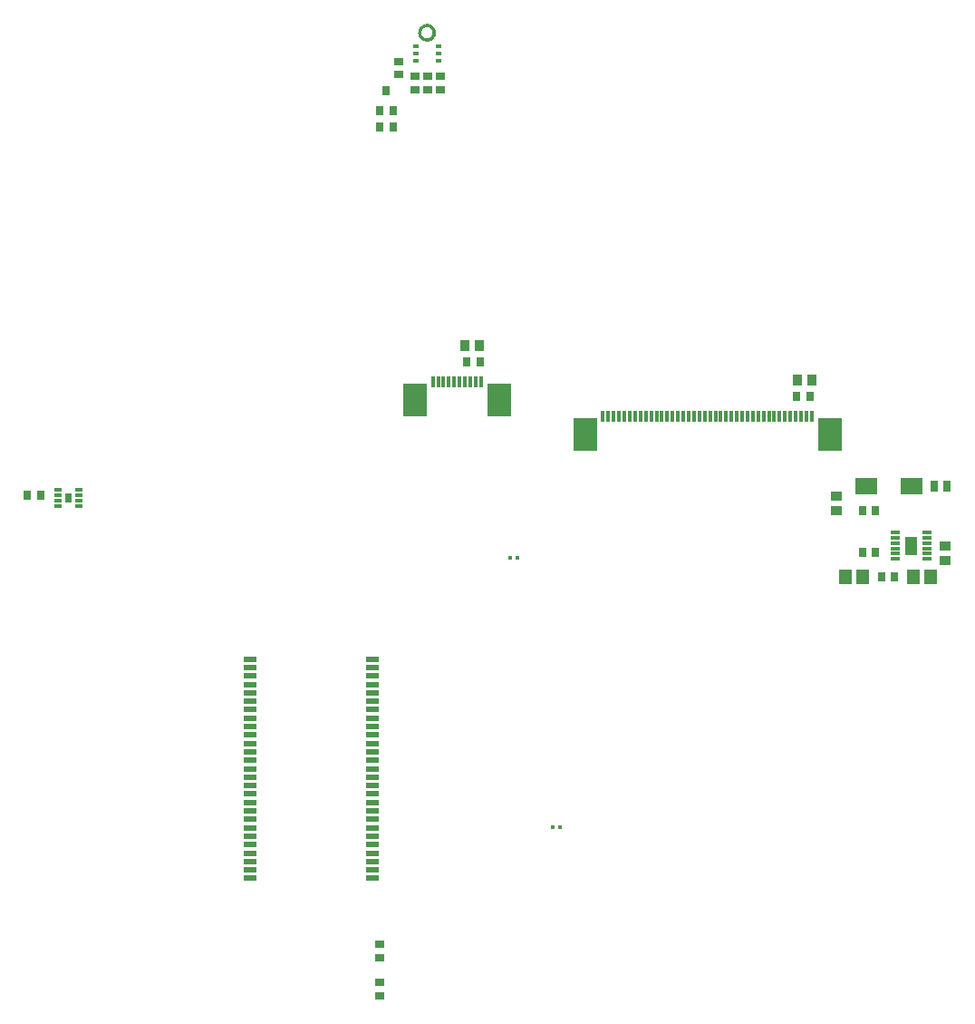
<source format=gbp>
G04*
G04 #@! TF.GenerationSoftware,Altium Limited,Altium Designer,20.2.5 (213)*
G04*
G04 Layer_Color=128*
%FSLAX25Y25*%
%MOIN*%
G70*
G04*
G04 #@! TF.SameCoordinates,C6003301-27DC-4F28-88C2-C37BE932BEA5*
G04*
G04*
G04 #@! TF.FilePolarity,Positive*
G04*
G01*
G75*
%ADD20R,0.03543X0.03937*%
%ADD39R,0.03937X0.03543*%
%ADD82R,0.03150X0.03543*%
%ADD93R,0.02953X0.03347*%
%ADD98R,0.03347X0.02953*%
%ADD100R,0.03543X0.03150*%
%ADD101R,0.01732X0.01378*%
%ADD105R,0.02756X0.03543*%
%ADD129R,0.05118X0.05512*%
%ADD146R,0.09055X0.12205*%
%ADD147R,0.01181X0.04331*%
%ADD148R,0.02362X0.01575*%
%ADD150R,0.04678X0.01997*%
%ADD151R,0.08346X0.05906*%
%ADD152R,0.03150X0.03937*%
G04:AMPARAMS|DCode=154|XSize=34.65mil|YSize=10.63mil|CornerRadius=1.33mil|HoleSize=0mil|Usage=FLASHONLY|Rotation=0.000|XOffset=0mil|YOffset=0mil|HoleType=Round|Shape=RoundedRectangle|*
%AMROUNDEDRECTD154*
21,1,0.03465,0.00797,0,0,0.0*
21,1,0.03199,0.01063,0,0,0.0*
1,1,0.00266,0.01599,-0.00399*
1,1,0.00266,-0.01599,-0.00399*
1,1,0.00266,-0.01599,0.00399*
1,1,0.00266,0.01599,0.00399*
%
%ADD154ROUNDEDRECTD154*%
G04:AMPARAMS|DCode=155|XSize=29.92mil|YSize=10.63mil|CornerRadius=1.33mil|HoleSize=0mil|Usage=FLASHONLY|Rotation=0.000|XOffset=0mil|YOffset=0mil|HoleType=Round|Shape=RoundedRectangle|*
%AMROUNDEDRECTD155*
21,1,0.02992,0.00797,0,0,0.0*
21,1,0.02726,0.01063,0,0,0.0*
1,1,0.00266,0.01363,-0.00399*
1,1,0.00266,-0.01363,-0.00399*
1,1,0.00266,-0.01363,0.00399*
1,1,0.00266,0.01363,0.00399*
%
%ADD155ROUNDEDRECTD155*%
G36*
X778224Y744531D02*
X776020D01*
Y741303D01*
X778224D01*
Y744531D01*
D02*
G37*
G36*
X1089126Y728847D02*
X1084874D01*
Y722154D01*
X1089126D01*
Y728847D01*
D02*
G37*
G36*
X909179Y910756D02*
X909348Y910770D01*
X909516Y910792D01*
X909683Y910823D01*
X909848Y910862D01*
X910011Y910910D01*
X910170Y910967D01*
X910327Y911032D01*
X910480Y911105D01*
X910629Y911186D01*
X910773Y911274D01*
X910913Y911370D01*
X911048Y911474D01*
X911177Y911584D01*
X911300Y911700D01*
X911416Y911823D01*
X911526Y911952D01*
X911630Y912087D01*
X911726Y912226D01*
X911814Y912371D01*
X911895Y912520D01*
X911968Y912673D01*
X912033Y912830D01*
X912090Y912990D01*
X912138Y913152D01*
X912177Y913317D01*
X912208Y913484D01*
X912230Y913652D01*
X912244Y913821D01*
X912249Y914020D01*
X911068D01*
X911064Y913883D01*
X911056Y913775D01*
X911042Y913668D01*
X911022Y913562D01*
X910997Y913458D01*
X910966Y913354D01*
X910930Y913253D01*
X910889Y913153D01*
X910843Y913056D01*
X910791Y912962D01*
X910735Y912870D01*
X910674Y912781D01*
X910608Y912696D01*
X910539Y912614D01*
X910464Y912536D01*
X910386Y912461D01*
X910304Y912391D01*
X910219Y912326D01*
X910130Y912265D01*
X910038Y912209D01*
X909944Y912157D01*
X909846Y912111D01*
X909747Y912070D01*
X909645Y912034D01*
X909542Y912003D01*
X909437Y911978D01*
X909332Y911958D01*
X909225Y911944D01*
X909118Y911936D01*
X909000Y911933D01*
X908892Y911936D01*
X908784Y911944D01*
X908677Y911959D01*
X908570Y911978D01*
X908465Y912004D01*
X908361Y912034D01*
X908259Y912070D01*
X908159Y912112D01*
X908062Y912158D01*
X907967Y912210D01*
X907874Y912267D01*
X907785Y912328D01*
X907699Y912394D01*
X907617Y912464D01*
X907539Y912539D01*
X907464Y912617D01*
X907394Y912699D01*
X907328Y912785D01*
X907267Y912874D01*
X907210Y912967D01*
X907158Y913062D01*
X907112Y913159D01*
X907070Y913259D01*
X907034Y913361D01*
X907003Y913465D01*
X906978Y913570D01*
X906958Y913677D01*
X906944Y913784D01*
X906936Y913892D01*
X906933Y914000D01*
X906936Y914108D01*
X906944Y914216D01*
X906958Y914323D01*
X906978Y914430D01*
X907003Y914535D01*
X907034Y914639D01*
X907070Y914741D01*
X907112Y914841D01*
X907158Y914938D01*
X907210Y915034D01*
X907267Y915126D01*
X907328Y915215D01*
X907394Y915301D01*
X907464Y915383D01*
X907539Y915462D01*
X907617Y915536D01*
X907699Y915606D01*
X907785Y915672D01*
X907874Y915734D01*
X907967Y915790D01*
X908062Y915842D01*
X908159Y915888D01*
X908259Y915930D01*
X908361Y915966D01*
X908465Y915996D01*
X908570Y916022D01*
X908677Y916041D01*
X908784Y916056D01*
X908892Y916064D01*
X909000Y916067D01*
X909118Y916064D01*
X909225Y916056D01*
X909332Y916042D01*
X909437Y916022D01*
X909542Y915997D01*
X909645Y915966D01*
X909747Y915930D01*
X909846Y915889D01*
X909944Y915843D01*
X910038Y915791D01*
X910130Y915735D01*
X910219Y915674D01*
X910304Y915609D01*
X910386Y915539D01*
X910464Y915464D01*
X910539Y915386D01*
X910608Y915304D01*
X910674Y915219D01*
X910735Y915130D01*
X910791Y915038D01*
X910843Y914944D01*
X910889Y914847D01*
X910930Y914747D01*
X910966Y914645D01*
X910997Y914542D01*
X911022Y914437D01*
X911042Y914332D01*
X911056Y914225D01*
X911064Y914118D01*
X911067Y914020D01*
X912248D01*
X912244Y914179D01*
X912230Y914348D01*
X912208Y914516D01*
X912177Y914683D01*
X912138Y914848D01*
X912090Y915011D01*
X912033Y915170D01*
X911968Y915327D01*
X911895Y915480D01*
X911814Y915629D01*
X911726Y915773D01*
X911630Y915913D01*
X911526Y916048D01*
X911416Y916177D01*
X911300Y916300D01*
X911177Y916416D01*
X911048Y916526D01*
X910913Y916630D01*
X910773Y916726D01*
X910629Y916814D01*
X910480Y916895D01*
X910327Y916968D01*
X910170Y917033D01*
X910011Y917090D01*
X909848Y917138D01*
X909683Y917177D01*
X909516Y917208D01*
X909348Y917230D01*
X909179Y917244D01*
X909000Y917248D01*
X908830Y917244D01*
X908661Y917230D01*
X908492Y917208D01*
X908325Y917177D01*
X908159Y917137D01*
X907996Y917089D01*
X907836Y917032D01*
X907679Y916967D01*
X907525Y916894D01*
X907376Y916813D01*
X907231Y916724D01*
X907091Y916628D01*
X906956Y916524D01*
X906827Y916414D01*
X906703Y916297D01*
X906586Y916173D01*
X906476Y916044D01*
X906372Y915909D01*
X906276Y915769D01*
X906187Y915624D01*
X906106Y915475D01*
X906033Y915321D01*
X905968Y915164D01*
X905911Y915004D01*
X905863Y914841D01*
X905823Y914675D01*
X905792Y914508D01*
X905770Y914340D01*
X905756Y914170D01*
X905752Y914000D01*
X905756Y913830D01*
X905770Y913661D01*
X905792Y913492D01*
X905823Y913325D01*
X905863Y913159D01*
X905911Y912996D01*
X905968Y912836D01*
X906033Y912679D01*
X906106Y912525D01*
X906187Y912376D01*
X906276Y912231D01*
X906372Y912091D01*
X906476Y911956D01*
X906586Y911827D01*
X906703Y911703D01*
X906827Y911586D01*
X906956Y911476D01*
X907091Y911372D01*
X907231Y911276D01*
X907376Y911187D01*
X907525Y911106D01*
X907679Y911033D01*
X907836Y910968D01*
X907996Y910911D01*
X908159Y910863D01*
X908325Y910823D01*
X908492Y910792D01*
X908661Y910770D01*
X908830Y910756D01*
X909000Y910752D01*
X909179Y910756D01*
D02*
G37*
D20*
X928158Y799000D02*
D03*
X922843D02*
D03*
X1045343Y786500D02*
D03*
X1050657D02*
D03*
D39*
X1059500Y738343D02*
D03*
Y743657D02*
D03*
X1099673Y719890D02*
D03*
Y725205D02*
D03*
D82*
X923539Y793000D02*
D03*
X928461D02*
D03*
X762039Y743902D02*
D03*
X766961D02*
D03*
X1049988Y780333D02*
D03*
X1045067D02*
D03*
X891539Y879500D02*
D03*
X896461D02*
D03*
D93*
X1069138Y738500D02*
D03*
X1073862D02*
D03*
X1073862Y723000D02*
D03*
X1069138D02*
D03*
X1080862Y714024D02*
D03*
X1076138D02*
D03*
D98*
X909278Y893138D02*
D03*
Y897862D02*
D03*
X914000D02*
D03*
Y893138D02*
D03*
X891500Y578862D02*
D03*
Y574138D02*
D03*
Y560138D02*
D03*
Y564862D02*
D03*
X904500Y893138D02*
D03*
Y897862D02*
D03*
D100*
X898500Y903461D02*
D03*
Y898539D02*
D03*
D101*
X955221Y622000D02*
D03*
X957780D02*
D03*
X942280Y721000D02*
D03*
X939721D02*
D03*
D105*
X894000Y892740D02*
D03*
X891441Y885260D02*
D03*
X896559D02*
D03*
D129*
X1087850Y714000D02*
D03*
X1094150D02*
D03*
X1062850Y714024D02*
D03*
X1069150D02*
D03*
D146*
X967181Y766307D02*
D03*
X1057102D02*
D03*
X935433Y779059D02*
D03*
X904567D02*
D03*
D147*
X973756Y773000D02*
D03*
X975724D02*
D03*
X977693D02*
D03*
X979661D02*
D03*
X981630D02*
D03*
X983598D02*
D03*
X985567D02*
D03*
X987535D02*
D03*
X989504D02*
D03*
X991472D02*
D03*
X993441D02*
D03*
X995409D02*
D03*
X997378D02*
D03*
X999347D02*
D03*
X1001315D02*
D03*
X1003284D02*
D03*
X1005252D02*
D03*
X1007220D02*
D03*
X1009189D02*
D03*
X1011158D02*
D03*
X1013126D02*
D03*
X1015094D02*
D03*
X1017063D02*
D03*
X1019032D02*
D03*
X1021000D02*
D03*
X1022968D02*
D03*
X1024937D02*
D03*
X1026906D02*
D03*
X1028874D02*
D03*
X1030842D02*
D03*
X1032811D02*
D03*
X1034779D02*
D03*
X1036748D02*
D03*
X1038717D02*
D03*
X1040685D02*
D03*
X1042653D02*
D03*
X1044622D02*
D03*
X1046591D02*
D03*
X1048559D02*
D03*
X1050528D02*
D03*
X928858Y785752D02*
D03*
X926890D02*
D03*
X924921D02*
D03*
X922953D02*
D03*
X920984D02*
D03*
X919016D02*
D03*
X917047D02*
D03*
X915079D02*
D03*
X913110D02*
D03*
X911142D02*
D03*
D148*
X913232Y903843D02*
D03*
X904768D02*
D03*
X913232Y906402D02*
D03*
X904768D02*
D03*
X913232Y908961D02*
D03*
X904768D02*
D03*
D150*
X843911Y683800D02*
D03*
Y680700D02*
D03*
Y677600D02*
D03*
Y674500D02*
D03*
Y671400D02*
D03*
Y668300D02*
D03*
Y665200D02*
D03*
Y662100D02*
D03*
Y659000D02*
D03*
Y655900D02*
D03*
Y652800D02*
D03*
Y649700D02*
D03*
Y646600D02*
D03*
Y643500D02*
D03*
Y640400D02*
D03*
Y637300D02*
D03*
Y634200D02*
D03*
Y631100D02*
D03*
Y628000D02*
D03*
Y624900D02*
D03*
Y621800D02*
D03*
Y618700D02*
D03*
Y615600D02*
D03*
Y612500D02*
D03*
Y609400D02*
D03*
Y606300D02*
D03*
Y603200D02*
D03*
X889089D02*
D03*
Y606300D02*
D03*
Y609400D02*
D03*
Y612500D02*
D03*
Y615600D02*
D03*
Y618700D02*
D03*
Y621800D02*
D03*
Y624900D02*
D03*
Y628000D02*
D03*
Y631100D02*
D03*
Y634200D02*
D03*
Y637300D02*
D03*
Y640400D02*
D03*
Y643500D02*
D03*
Y646600D02*
D03*
Y649700D02*
D03*
Y652800D02*
D03*
Y655900D02*
D03*
Y659000D02*
D03*
Y662100D02*
D03*
Y665200D02*
D03*
Y668300D02*
D03*
Y671400D02*
D03*
Y674500D02*
D03*
Y677600D02*
D03*
Y680700D02*
D03*
Y683800D02*
D03*
D151*
X1087327Y747500D02*
D03*
X1070673D02*
D03*
D152*
X1095500D02*
D03*
X1100421D02*
D03*
D154*
X1092827Y720579D02*
D03*
Y722547D02*
D03*
Y724516D02*
D03*
Y726484D02*
D03*
Y728453D02*
D03*
Y730421D02*
D03*
X1081173D02*
D03*
Y728453D02*
D03*
Y726484D02*
D03*
Y724516D02*
D03*
Y722547D02*
D03*
Y720579D02*
D03*
D155*
X773244Y739965D02*
D03*
Y741933D02*
D03*
Y743902D02*
D03*
Y745870D02*
D03*
X781000D02*
D03*
Y743902D02*
D03*
Y741933D02*
D03*
Y739965D02*
D03*
M02*

</source>
